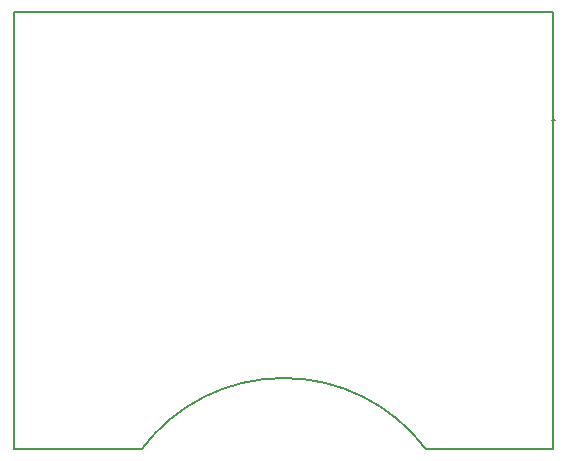
<source format=gbr>
G04 #@! TF.FileFunction,Profile,NP*
%FSLAX46Y46*%
G04 Gerber Fmt 4.6, Leading zero omitted, Abs format (unit mm)*
G04 Created by KiCad (PCBNEW (2015-08-05 BZR 6055, Git fa29c62)-product) date 3/30/2016 1:38:53 PM*
%MOMM*%
G01*
G04 APERTURE LIST*
%ADD10C,0.100000*%
%ADD11C,0.150000*%
G04 APERTURE END LIST*
D10*
D11*
X144230000Y-77000000D02*
X155000000Y-77000000D01*
X109400000Y-77000000D02*
X120170000Y-77000000D01*
X144214668Y-76979543D02*
G75*
G03X120170000Y-77000000I-12014668J-9020457D01*
G01*
X154940000Y-49149000D02*
X155194000Y-49149000D01*
X155000000Y-77000000D02*
X155000000Y-40000000D01*
X109400000Y-40000000D02*
X109400000Y-77000000D01*
X155000000Y-40000000D02*
X109400000Y-40000000D01*
M02*

</source>
